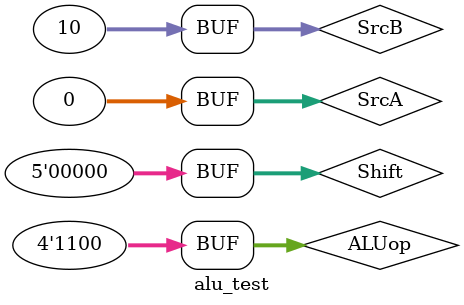
<source format=v>
`timescale 1ns / 1ps


module alu_test;

	// Inputs
	reg [31:0] SrcA;
	reg [31:0] SrcB;
	reg [4:0] Shift;
	reg [3:0] ALUop;

	// Outputs
	wire [31:0] ALUresult;

	// Instantiate the Unit Under Test (UUT)
	alu_E uut (
		.SrcA(SrcA), 
		.SrcB(SrcB), 
		.Shift(Shift), 
		.ALUop(ALUop), 
		.ALUresult(ALUresult)
	);

	initial begin
		// Initialize Inputs
		SrcA = 0;
		SrcB = 10;
		Shift = 0;
		ALUop = 12;

		// Wait 100 ns for global reset to finish
		#100;
        
		// Add stimulus here

	end
      
endmodule


</source>
